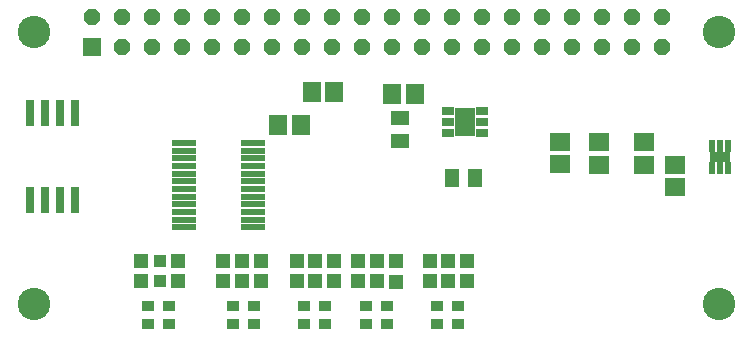
<source format=gts>
G04 DipTrace 3.0.0.2*
G04 hobo.gts*
%MOIN*%
G04 #@! TF.FileFunction,Soldermask,Top*
G04 #@! TF.Part,Single*
%AMOUTLINE0*5,1,8,0,0,0.06,-22.499559*%
%ADD24R,0.051181X0.059055*%
%ADD25R,0.059055X0.051181*%
%ADD31R,0.06X0.06*%
%ADD38R,0.03937X0.043307*%
%ADD42C,0.108268*%
%ADD46R,0.07874X0.023622*%
%ADD48R,0.047244X0.051181*%
%ADD50R,0.066929X0.033465*%
%ADD52R,0.021654X0.041339*%
%ADD54R,0.041724X0.035433*%
%ADD62R,0.070866X0.094488*%
%ADD64R,0.041339X0.027559*%
%ADD66R,0.031496X0.086614*%
%ADD68R,0.066929X0.059055*%
%ADD70R,0.059055X0.066929*%
%ADD75OUTLINE0*%
%FSLAX26Y26*%
G04*
G70*
G90*
G75*
G01*
G04 TopMask*
%LPD*%
D70*
X1724982Y1231188D3*
X1799785D3*
D68*
X2669072Y994988D3*
Y920185D3*
D70*
X1531201Y1237451D3*
X1456398D3*
D66*
X668701Y1168701D3*
X618701D3*
X568701D3*
X518701D3*
Y877362D3*
X568701D3*
X618701D3*
X668701D3*
D42*
X531496Y1437008D3*
Y531496D3*
X2814961D3*
Y1437008D3*
D64*
X2024951Y1099951D3*
Y1137353D3*
Y1174755D3*
X1910778D3*
Y1137353D3*
Y1099951D3*
D62*
X1967865Y1137353D3*
D31*
X723228Y1387008D3*
D75*
Y1487008D3*
X823228Y1387008D3*
Y1487008D3*
X923228Y1387008D3*
Y1487008D3*
X1023228Y1387008D3*
Y1487008D3*
X1123228Y1387008D3*
Y1487008D3*
X1223228Y1387008D3*
Y1487008D3*
X1323228Y1387008D3*
Y1487008D3*
X1423228Y1387008D3*
Y1487008D3*
X1523228Y1387008D3*
Y1487008D3*
X1623228Y1387008D3*
Y1487008D3*
X1723228Y1387008D3*
Y1487008D3*
X1823228Y1387008D3*
Y1487008D3*
X1923228Y1387008D3*
Y1487008D3*
X2023228Y1387008D3*
Y1487008D3*
X2123228Y1387008D3*
Y1487008D3*
X2223228Y1387008D3*
Y1487008D3*
X2323228Y1387008D3*
Y1487008D3*
X2423228Y1387008D3*
Y1487008D3*
X2523228Y1387008D3*
Y1487008D3*
X2623228Y1387008D3*
Y1487008D3*
D54*
X912451Y524950D3*
Y465895D3*
X982451D3*
Y524950D3*
X1431096Y524937D3*
Y465882D3*
X1501096D3*
Y524937D3*
X1193710Y524966D3*
Y465911D3*
X1263710D3*
Y524966D3*
X1874795Y524937D3*
Y465882D3*
X1944795D3*
Y524937D3*
X1637320D3*
Y465882D3*
X1707320D3*
Y524937D3*
D52*
X2791455Y984517D3*
X2817046D3*
X2842636D3*
Y1059320D3*
X2817046D3*
X2791455D3*
D50*
X2817046Y1021919D3*
D70*
X1419416Y1128710D3*
X1344613D3*
D25*
X1749951Y1149951D3*
Y1075148D3*
D24*
X1924950Y949951D3*
X1999753D3*
D68*
X2564825Y1070951D3*
Y996148D3*
X2413008Y1069798D3*
Y994995D3*
X2284094Y1071990D3*
Y997186D3*
D48*
X1012451Y674950D3*
Y608021D3*
X1531201Y674950D3*
Y608021D3*
X1162463Y674950D3*
Y608021D3*
X1974785Y674921D3*
Y607992D3*
X1737310Y673108D3*
Y606178D3*
D38*
X949957Y674950D3*
Y608021D3*
D48*
X1406098Y674921D3*
Y607992D3*
X1224957Y674950D3*
Y608021D3*
X1912291Y674921D3*
Y607992D3*
X1674950Y674950D3*
Y608021D3*
X887463Y674950D3*
Y608021D3*
X1468701Y674950D3*
Y608021D3*
X1287450Y674950D3*
Y608021D3*
X1849798Y674921D3*
Y607992D3*
X1612451Y674950D3*
Y608021D3*
D46*
X1031134Y1068630D3*
Y1043039D3*
Y1017449D3*
Y991858D3*
Y966268D3*
Y940677D3*
Y915087D3*
Y889496D3*
Y863906D3*
Y838315D3*
Y812724D3*
Y787134D3*
X1259488D3*
X1259480Y812724D3*
Y838315D3*
Y863906D3*
Y889496D3*
Y915087D3*
Y940677D3*
Y966268D3*
Y991858D3*
Y1017449D3*
Y1043039D3*
Y1068630D3*
M02*

</source>
